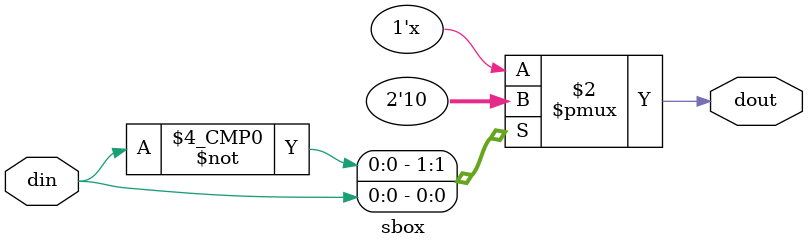
<source format=sv>
`timescale 1ns / 1ps

module sbox(input logic din,
            output logic dout);
    // FIPS 197 specifies the exact substitution values for the S-box
    // The S-box is a 16x16 table of substitution values
	always@(din) begin
	case (din)
        8'h00              : dout <= 8'h63;
        8'h01              : dout <= 8'h7c;
        8'h02              : dout <= 8'h77;
        8'h03              : dout <= 8'h7b;
        8'h04              : dout <= 8'hf2;
        8'h05              : dout <= 8'h6b;
        8'h06              : dout <= 8'h6f;
        8'h07              : dout <= 8'hc5;
        8'h08              : dout <= 8'h30;
        8'h09              : dout <= 8'h01;
        8'h0a              : dout <= 8'h67;
        8'h0b              : dout <= 8'h2b;
        8'h0c              : dout <= 8'hfe;
        8'h0d              : dout <= 8'hd7;
        8'h0e              : dout <= 8'hab;
        8'h0f              : dout <= 8'h76;
        ///////////////////////////////////
        8'h10              : dout <= 8'hca;
        8'h11              : dout <= 8'h82;
        8'h12              : dout <= 8'hc9;
        8'h13              : dout <= 8'h7d;
        8'h14              : dout <= 8'hfa;
        8'h15              : dout <= 8'h59;
        8'h16              : dout <= 8'h47;
        8'h17              : dout <= 8'hf0;
        8'h18              : dout <= 8'had;
        8'h19              : dout <= 8'hd4;
        8'h1a              : dout <= 8'ha2;
        8'h1b              : dout <= 8'haf;
        8'h1c              : dout <= 8'h9c;
        8'h1d              : dout <= 8'ha4;
        8'h1e              : dout <= 8'h72;
        8'h1f              : dout <= 8'hc0;
        ///////////////////////////////////
        8'h20              : dout <= 8'hb7;
        8'h21              : dout <= 8'hfd;
        8'h22              : dout <= 8'h93;
        8'h23              : dout <= 8'h26;
        8'h24              : dout <= 8'h36;
        8'h25              : dout <= 8'h3f;
        8'h26              : dout <= 8'hf7;
        8'h27              : dout <= 8'hcc;
        8'h28              : dout <= 8'h34;
        8'h29              : dout <= 8'ha5;
        8'h2a              : dout <= 8'he5;
        8'h2b              : dout <= 8'hf1;
        8'h2c              : dout <= 8'h71;
        8'h2d              : dout <= 8'hd8;
        8'h2e              : dout <= 8'h31;
        8'h2f              : dout <= 8'h15;
        ///////////////////////////////////
        8'h30              : dout <= 8'h04;
        8'h31              : dout <= 8'hc7;
        8'h32              : dout <= 8'h23;
        8'h33              : dout <= 8'hc3;
        8'h34              : dout <= 8'h18;
        8'h35              : dout <= 8'h96;
        8'h36              : dout <= 8'h05;
        8'h37              : dout <= 8'h9a;
        8'h38              : dout <= 8'h07;
        8'h39              : dout <= 8'h12;
        8'h3a              : dout <= 8'h80;
        8'h3b              : dout <= 8'he2;
        8'h3c              : dout <= 8'heb;
        8'h3d              : dout <= 8'h27;
        8'h3e              : dout <= 8'hb2;
        8'h3f              : dout <= 8'h75;
        ///////////////////////////////////
        8'h40              : dout <= 8'h09;
        8'h41              : dout <= 8'h83;
        8'h42              : dout <= 8'h2c;
        8'h43              : dout <= 8'h1a;
        8'h44              : dout <= 8'h1b;
        8'h45              : dout <= 8'h6e;
        8'h46              : dout <= 8'h5a;
        8'h47              : dout <= 8'ha0;
        8'h48              : dout <= 8'h52;
        8'h49              : dout <= 8'h3b;
        8'h4a              : dout <= 8'hd6;
        8'h4b              : dout <= 8'hb3;
        8'h4c              : dout <= 8'h29;
        8'h4d              : dout <= 8'he3;
        8'h4e              : dout <= 8'h2f;
        8'h4f              : dout <= 8'h84;
        ///////////////////////////////////
        8'h50              : dout <= 8'h53;
        8'h51              : dout <= 8'hd1;
        8'h52              : dout <= 8'h00;
        8'h53              : dout <= 8'hed;
        8'h54              : dout <= 8'h20;
        8'h55              : dout <= 8'hfc;
        8'h56              : dout <= 8'hb1;
        8'h57              : dout <= 8'h5b;
        8'h58              : dout <= 8'h6a;
        8'h59              : dout <= 8'hcb;
        8'h5a              : dout <= 8'hbe;
        8'h5b              : dout <= 8'h39;
        8'h5c              : dout <= 8'h4a;
        8'h5d              : dout <= 8'h4c;
        8'h5e              : dout <= 8'h58;
        8'h5f              : dout <= 8'hcf;
        ///////////////////////////////////
        8'h60              : dout <= 8'hd0;
        8'h61              : dout <= 8'hef;
        8'h62              : dout <= 8'haa;
        8'h63              : dout <= 8'hfb;
        8'h64              : dout <= 8'h43;
        8'h65              : dout <= 8'h4d;
        8'h66              : dout <= 8'h33;
        8'h67              : dout <= 8'h85;
        8'h68              : dout <= 8'h45;
        8'h69              : dout <= 8'hf9;
        8'h6a              : dout <= 8'h02;
        8'h6b              : dout <= 8'h7f;
        8'h6c              : dout <= 8'h50;
        8'h6d              : dout <= 8'h3c;
        8'h6e              : dout <= 8'h9f;
        8'h6f              : dout <= 8'ha8;
        ///////////////////////////////////
        8'h70              : dout <= 8'h51;
        8'h71              : dout <= 8'ha3;
        8'h72              : dout <= 8'h40;
        8'h73              : dout <= 8'h8f;
        8'h74              : dout <= 8'h92;
        8'h75              : dout <= 8'h9d;
        8'h76              : dout <= 8'h38;
        8'h77              : dout <= 8'hf5;
        8'h78              : dout <= 8'hbc;
        8'h79              : dout <= 8'hb6;
        8'h7a              : dout <= 8'hda;
        8'h7b              : dout <= 8'h21;
        8'h7c              : dout <= 8'h10;
        8'h7d              : dout <= 8'hff;
        8'h7e              : dout <= 8'hf3;
        8'h7f              : dout <= 8'hd2;
        ///////////////////////////////////
        8'h80              : dout <= 8'hcd;
        8'h81              : dout <= 8'h0c;
        8'h82              : dout <= 8'h13;
        8'h83              : dout <= 8'hec;
        8'h84              : dout <= 8'h5f;
        8'h85              : dout <= 8'h97;
        8'h86              : dout <= 8'h44;
        8'h87              : dout <= 8'h17;
        8'h88              : dout <= 8'hc4;
        8'h89              : dout <= 8'ha7;
        8'h8a              : dout <= 8'h7e;
        8'h8b              : dout <= 8'h3d;
        8'h8c              : dout <= 8'h64;
        8'h8d              : dout <= 8'h5d;
        8'h8e              : dout <= 8'h19;
        8'h8f              : dout <= 8'h73;
        ///////////////////////////////////
        8'h90              : dout <= 8'h60;
        8'h91              : dout <= 8'h81;
        8'h92              : dout <= 8'h4f;
        8'h93              : dout <= 8'hdc;
        8'h94              : dout <= 8'h22;
        8'h95              : dout <= 8'h2a;
        8'h96              : dout <= 8'h90;
        8'h97              : dout <= 8'h88;
        8'h98              : dout <= 8'h46;
        8'h99              : dout <= 8'hee;
        8'h9a              : dout <= 8'hb8;
        8'h9b              : dout <= 8'h14;
        8'h9c              : dout <= 8'hde;
        8'h9d              : dout <= 8'h5e;
        8'h9e              : dout <= 8'h0b;
        8'h9f              : dout <= 8'hdb;
        ///////////////////////////////////
        8'ha0              : dout <= 8'he0;
        8'ha1              : dout <= 8'h32;
        8'ha2              : dout <= 8'h3a;
        8'ha3              : dout <= 8'h0a;
        8'ha4              : dout <= 8'h49;
        8'ha5              : dout <= 8'h06;
        8'ha6              : dout <= 8'h24;
        8'ha7              : dout <= 8'h5c;
        8'ha8              : dout <= 8'hc2;
        8'ha9              : dout <= 8'hd3;
        8'haa              : dout <= 8'hac;
        8'hab              : dout <= 8'h62;
        8'hac              : dout <= 8'h91;
        8'had              : dout <= 8'h95;
        8'hae              : dout <= 8'he4;
        8'haf              : dout <= 8'h79;
        ///////////////////////////////////
        8'hb0              : dout <= 8'he7;
        8'hb1              : dout <= 8'hc8;
        8'hb2              : dout <= 8'h37;
        8'hb3              : dout <= 8'h6d;
        8'hb4              : dout <= 8'h8d;
        8'hb5              : dout <= 8'hd5;
        8'hb6              : dout <= 8'h4e;
        8'hb7              : dout <= 8'ha9;
        8'hb8              : dout <= 8'h6c;
        8'hb9              : dout <= 8'h56;
        8'hba              : dout <= 8'hf4;
        8'hbb              : dout <= 8'hea;
        8'hbc              : dout <= 8'h65;
        8'hbd              : dout <= 8'h7a;
        8'hbe              : dout <= 8'hae;
        8'hbf              : dout <= 8'h08;
        ///////////////////////////////////
        8'hc0              : dout <= 8'hba;
        8'hc1              : dout <= 8'h78;
        8'hc2              : dout <= 8'h25;
        8'hc3              : dout <= 8'h2e;
        8'hc4              : dout <= 8'h1c;
        8'hc5              : dout <= 8'ha6;
        8'hc6              : dout <= 8'hb4;
        8'hc7              : dout <= 8'hc6;
        8'hc8              : dout <= 8'he8;
        8'hc9              : dout <= 8'hdd;
        8'hca              : dout <= 8'h74;
        8'hcb              : dout <= 8'h1f;
        8'hcc              : dout <= 8'h4b;
        8'hcd              : dout <= 8'hbd;
        8'hce              : dout <= 8'h8b;
        8'hcf              : dout <= 8'h8a;
        ///////////////////////////////////
        8'hd0              : dout <= 8'h70;
        8'hd1              : dout <= 8'h3e;
        8'hd2              : dout <= 8'hb5;
        8'hd3              : dout <= 8'h66;
        8'hd4              : dout <= 8'h48;
        8'hd5              : dout <= 8'h03;
        8'hd6              : dout <= 8'hf6;
        8'hd7              : dout <= 8'h0e;
        8'hd8              : dout <= 8'h61;
        8'hd9              : dout <= 8'h35;
        8'hda              : dout <= 8'h57;
        8'hdb              : dout <= 8'hb9;
        8'hdc              : dout <= 8'h86;
        8'hdd              : dout <= 8'hc1;
        8'hde              : dout <= 8'h1d;
        8'hdf              : dout <= 8'h9e;
        ///////////////////////////////////
        8'he0              : dout <= 8'he1;
        8'he1              : dout <= 8'hf8;
        8'he2              : dout <= 8'h98;
        8'he3              : dout <= 8'h11;
        8'he4              : dout <= 8'h69;
        8'he5              : dout <= 8'hd9;
        8'he6              : dout <= 8'h8e;
        8'he7              : dout <= 8'h94;
        8'he8              : dout <= 8'h9b;
        8'he9              : dout <= 8'h1e;
        8'hea              : dout <= 8'h87;
        8'heb              : dout <= 8'he9;
        8'hec              : dout <= 8'hce;
        8'hed              : dout <= 8'h55;
        8'hee              : dout <= 8'h28;
        8'hef              : dout <= 8'hdf;
        ///////////////////////////////////
        8'hf0              : dout <= 8'h8c;
        8'hf1              : dout <= 8'ha1;
        8'hf2              : dout <= 8'h89;
        8'hf3              : dout <= 8'h0d;
        8'hf4              : dout <= 8'hbf;
        8'hf5              : dout <= 8'he6;
        8'hf6              : dout <= 8'h42;
        8'hf7              : dout <= 8'h68;
        8'hf8              : dout <= 8'h41;
        8'hf9              : dout <= 8'h99;
        8'hfa              : dout <= 8'h2d;
        8'hfb              : dout <= 8'h0f;
        8'hfc              : dout <= 8'hb0;
        8'hfd              : dout <= 8'h54;
        8'hfe              : dout <= 8'hbb;
        8'hff              : dout <= 8'h16;
        default            : dout <= 8'h00;
    endcase
end
endmodule
</source>
